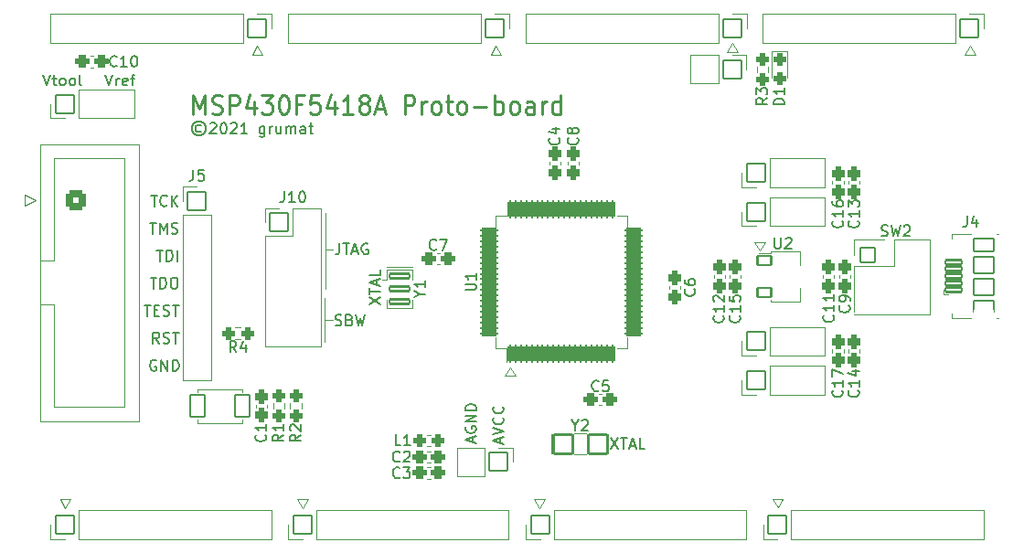
<source format=gto>
G04 #@! TF.GenerationSoftware,KiCad,Pcbnew,(6.0.7)*
G04 #@! TF.CreationDate,2022-09-17T20:23:59+02:00*
G04 #@! TF.ProjectId,F5418,46353431-382e-46b6-9963-61645f706362,rev?*
G04 #@! TF.SameCoordinates,Original*
G04 #@! TF.FileFunction,Legend,Top*
G04 #@! TF.FilePolarity,Positive*
%FSLAX46Y46*%
G04 Gerber Fmt 4.6, Leading zero omitted, Abs format (unit mm)*
G04 Created by KiCad (PCBNEW (6.0.7)) date 2022-09-17 20:23:59*
%MOMM*%
%LPD*%
G01*
G04 APERTURE LIST*
G04 Aperture macros list*
%AMRoundRect*
0 Rectangle with rounded corners*
0 $1 Rounding radius*
0 $2 $3 $4 $5 $6 $7 $8 $9 X,Y pos of 4 corners*
0 Add a 4 corners polygon primitive as box body*
4,1,4,$2,$3,$4,$5,$6,$7,$8,$9,$2,$3,0*
0 Add four circle primitives for the rounded corners*
1,1,$1+$1,$2,$3*
1,1,$1+$1,$4,$5*
1,1,$1+$1,$6,$7*
1,1,$1+$1,$8,$9*
0 Add four rect primitives between the rounded corners*
20,1,$1+$1,$2,$3,$4,$5,0*
20,1,$1+$1,$4,$5,$6,$7,0*
20,1,$1+$1,$6,$7,$8,$9,0*
20,1,$1+$1,$8,$9,$2,$3,0*%
%AMFreePoly0*
4,1,27,3.921279,0.947402,3.957606,0.897402,3.962500,0.866500,3.962500,-0.866500,3.943402,-0.925279,3.893402,-0.961606,3.862500,-0.966500,0.737500,-0.966500,0.678721,-0.947402,0.642394,-0.897402,0.637500,-0.866500,0.637500,-0.550000,-0.737500,-0.550000,-0.796279,-0.530902,-0.832606,-0.480902,-0.837500,-0.450000,-0.837500,0.450000,-0.818402,0.508779,-0.768402,0.545106,-0.737500,0.550000,
0.637500,0.550000,0.637500,0.866500,0.656598,0.925279,0.706598,0.961606,0.737500,0.966500,3.862500,0.966500,3.921279,0.947402,3.921279,0.947402,$1*%
G04 Aperture macros list end*
%ADD10C,0.120000*%
%ADD11C,0.150000*%
%ADD12C,0.250000*%
%ADD13RoundRect,0.337500X0.300000X0.237500X-0.300000X0.237500X-0.300000X-0.237500X0.300000X-0.237500X0*%
%ADD14RoundRect,0.100000X0.850000X-0.850000X0.850000X0.850000X-0.850000X0.850000X-0.850000X-0.850000X0*%
%ADD15O,1.900000X1.900000*%
%ADD16RoundRect,0.100000X-0.850000X0.850000X-0.850000X-0.850000X0.850000X-0.850000X0.850000X0.850000X0*%
%ADD17RoundRect,0.100000X-0.875000X-0.900000X0.875000X-0.900000X0.875000X0.900000X-0.875000X0.900000X0*%
%ADD18RoundRect,0.337500X0.237500X-0.300000X0.237500X0.300000X-0.237500X0.300000X-0.237500X-0.300000X0*%
%ADD19RoundRect,0.337500X-0.287500X-0.237500X0.287500X-0.237500X0.287500X0.237500X-0.287500X0.237500X0*%
%ADD20RoundRect,0.100000X-0.650000X-0.450000X0.650000X-0.450000X0.650000X0.450000X-0.650000X0.450000X0*%
%ADD21FreePoly0,0.000000*%
%ADD22RoundRect,0.337500X-0.237500X0.287500X-0.237500X-0.287500X0.237500X-0.287500X0.237500X0.287500X0*%
%ADD23RoundRect,0.337500X-0.237500X0.250000X-0.237500X-0.250000X0.237500X-0.250000X0.237500X0.250000X0*%
%ADD24RoundRect,0.337500X-0.237500X0.300000X-0.237500X-0.300000X0.237500X-0.300000X0.237500X0.300000X0*%
%ADD25RoundRect,0.100000X0.775000X-0.200000X0.775000X0.200000X-0.775000X0.200000X-0.775000X-0.200000X0*%
%ADD26RoundRect,0.100000X0.950000X-0.600000X0.950000X0.600000X-0.950000X0.600000X-0.950000X-0.600000X0*%
%ADD27RoundRect,0.100000X0.950000X-0.750000X0.950000X0.750000X-0.950000X0.750000X-0.950000X-0.750000X0*%
%ADD28O,2.100000X1.400000*%
%ADD29C,1.650000*%
%ADD30RoundRect,0.337500X0.237500X-0.250000X0.237500X0.250000X-0.237500X0.250000X-0.237500X-0.250000X0*%
%ADD31RoundRect,0.100000X-0.675000X-0.675000X0.675000X-0.675000X0.675000X0.675000X-0.675000X0.675000X0*%
%ADD32O,1.550000X1.550000*%
%ADD33RoundRect,0.100000X-0.850000X-0.850000X0.850000X-0.850000X0.850000X0.850000X-0.850000X0.850000X0*%
%ADD34RoundRect,0.100000X-0.700000X-1.000000X0.700000X-1.000000X0.700000X1.000000X-0.700000X1.000000X0*%
%ADD35RoundRect,0.162500X0.062500X-0.675000X0.062500X0.675000X-0.062500X0.675000X-0.062500X-0.675000X0*%
%ADD36RoundRect,0.162500X0.675000X-0.062500X0.675000X0.062500X-0.675000X0.062500X-0.675000X-0.062500X0*%
%ADD37RoundRect,0.100000X-0.950000X0.200000X-0.950000X-0.200000X0.950000X-0.200000X0.950000X0.200000X0*%
%ADD38RoundRect,0.350000X-0.600000X-0.600000X0.600000X-0.600000X0.600000X0.600000X-0.600000X0.600000X0*%
%ADD39C,1.900000*%
%ADD40RoundRect,0.337500X-0.300000X-0.237500X0.300000X-0.237500X0.300000X0.237500X-0.300000X0.237500X0*%
%ADD41RoundRect,0.337500X-0.250000X-0.237500X0.250000X-0.237500X0.250000X0.237500X-0.250000X0.237500X0*%
G04 APERTURE END LIST*
D10*
X154850000Y-99800000D02*
X155850000Y-99800000D01*
X155350000Y-100600000D02*
X154850000Y-99800000D01*
X155850000Y-99800000D02*
X155350000Y-100600000D01*
X174309000Y-82447000D02*
X174809000Y-81647000D01*
X175309000Y-82447000D02*
X174309000Y-82447000D01*
X174809000Y-81647000D02*
X175309000Y-82447000D01*
X130927000Y-81647000D02*
X131427000Y-82447000D01*
X130427000Y-82447000D02*
X130927000Y-81647000D01*
X131427000Y-82447000D02*
X130427000Y-82447000D01*
X112520000Y-123622000D02*
X113520000Y-123622000D01*
X113520000Y-123622000D02*
X113020000Y-124422000D01*
X113020000Y-124422000D02*
X112520000Y-123622000D01*
X156515000Y-123595000D02*
X157515000Y-123595000D01*
X157515000Y-123595000D02*
X157015000Y-124395000D01*
X157015000Y-124395000D02*
X156515000Y-123595000D01*
X132737000Y-112188000D02*
X131737000Y-112188000D01*
X131737000Y-112188000D02*
X132237000Y-111388000D01*
X132237000Y-111388000D02*
X132737000Y-112188000D01*
X91049000Y-124422000D02*
X90549000Y-123622000D01*
X91549000Y-123622000D02*
X91049000Y-124422000D01*
X90549000Y-123622000D02*
X91549000Y-123622000D01*
X109329000Y-82447000D02*
X108329000Y-82447000D01*
X108329000Y-82447000D02*
X108829000Y-81647000D01*
X108829000Y-81647000D02*
X109329000Y-82447000D01*
X153338000Y-82193000D02*
X152338000Y-82193000D01*
X152338000Y-82193000D02*
X152838000Y-81393000D01*
X152838000Y-81393000D02*
X153338000Y-82193000D01*
X134970000Y-124422000D02*
X134470000Y-123622000D01*
X135470000Y-123622000D02*
X134970000Y-124422000D01*
X134470000Y-123622000D02*
X135470000Y-123622000D01*
X115800000Y-107050000D02*
X115100000Y-107050000D01*
X115167000Y-104113000D02*
X115167000Y-97113000D01*
X115150000Y-100479000D02*
X115850000Y-100479000D01*
X115100000Y-109050000D02*
X115100000Y-104950000D01*
D11*
X116433333Y-99931380D02*
X116433333Y-100645666D01*
X116385714Y-100788523D01*
X116290476Y-100883761D01*
X116147619Y-100931380D01*
X116052380Y-100931380D01*
X116766666Y-99931380D02*
X117338095Y-99931380D01*
X117052380Y-100931380D02*
X117052380Y-99931380D01*
X117623809Y-100645666D02*
X118100000Y-100645666D01*
X117528571Y-100931380D02*
X117861904Y-99931380D01*
X118195238Y-100931380D01*
X119052380Y-99979000D02*
X118957142Y-99931380D01*
X118814285Y-99931380D01*
X118671428Y-99979000D01*
X118576190Y-100074238D01*
X118528571Y-100169476D01*
X118480952Y-100359952D01*
X118480952Y-100502809D01*
X118528571Y-100693285D01*
X118576190Y-100788523D01*
X118671428Y-100883761D01*
X118814285Y-100931380D01*
X118909523Y-100931380D01*
X119052380Y-100883761D01*
X119100000Y-100836142D01*
X119100000Y-100502809D01*
X118909523Y-100502809D01*
X116042857Y-107487761D02*
X116185714Y-107535380D01*
X116423809Y-107535380D01*
X116519047Y-107487761D01*
X116566666Y-107440142D01*
X116614285Y-107344904D01*
X116614285Y-107249666D01*
X116566666Y-107154428D01*
X116519047Y-107106809D01*
X116423809Y-107059190D01*
X116233333Y-107011571D01*
X116138095Y-106963952D01*
X116090476Y-106916333D01*
X116042857Y-106821095D01*
X116042857Y-106725857D01*
X116090476Y-106630619D01*
X116138095Y-106583000D01*
X116233333Y-106535380D01*
X116471428Y-106535380D01*
X116614285Y-106583000D01*
X117376190Y-107011571D02*
X117519047Y-107059190D01*
X117566666Y-107106809D01*
X117614285Y-107202047D01*
X117614285Y-107344904D01*
X117566666Y-107440142D01*
X117519047Y-107487761D01*
X117423809Y-107535380D01*
X117042857Y-107535380D01*
X117042857Y-106535380D01*
X117376190Y-106535380D01*
X117471428Y-106583000D01*
X117519047Y-106630619D01*
X117566666Y-106725857D01*
X117566666Y-106821095D01*
X117519047Y-106916333D01*
X117471428Y-106963952D01*
X117376190Y-107011571D01*
X117042857Y-107011571D01*
X117947619Y-106535380D02*
X118185714Y-107535380D01*
X118376190Y-106821095D01*
X118566666Y-107535380D01*
X118804761Y-106535380D01*
X119202380Y-105547619D02*
X120202380Y-104880952D01*
X119202380Y-104880952D02*
X120202380Y-105547619D01*
X119202380Y-104642857D02*
X119202380Y-104071428D01*
X120202380Y-104357142D02*
X119202380Y-104357142D01*
X119916666Y-103785714D02*
X119916666Y-103309523D01*
X120202380Y-103880952D02*
X119202380Y-103547619D01*
X120202380Y-103214285D01*
X120202380Y-102404761D02*
X120202380Y-102880952D01*
X119202380Y-102880952D01*
X141570380Y-117965380D02*
X142237047Y-118965380D01*
X142237047Y-117965380D02*
X141570380Y-118965380D01*
X142475142Y-117965380D02*
X143046571Y-117965380D01*
X142760857Y-118965380D02*
X142760857Y-117965380D01*
X143332285Y-118679666D02*
X143808476Y-118679666D01*
X143237047Y-118965380D02*
X143570380Y-117965380D01*
X143903714Y-118965380D01*
X144713238Y-118965380D02*
X144237047Y-118965380D01*
X144237047Y-117965380D01*
X98985833Y-95486380D02*
X99557261Y-95486380D01*
X99271547Y-96486380D02*
X99271547Y-95486380D01*
X100462023Y-96391142D02*
X100414404Y-96438761D01*
X100271547Y-96486380D01*
X100176309Y-96486380D01*
X100033452Y-96438761D01*
X99938214Y-96343523D01*
X99890595Y-96248285D01*
X99842976Y-96057809D01*
X99842976Y-95914952D01*
X99890595Y-95724476D01*
X99938214Y-95629238D01*
X100033452Y-95534000D01*
X100176309Y-95486380D01*
X100271547Y-95486380D01*
X100414404Y-95534000D01*
X100462023Y-95581619D01*
X100890595Y-96486380D02*
X100890595Y-95486380D01*
X101462023Y-96486380D02*
X101033452Y-95914952D01*
X101462023Y-95486380D02*
X100890595Y-96057809D01*
X98890595Y-98026380D02*
X99462023Y-98026380D01*
X99176309Y-99026380D02*
X99176309Y-98026380D01*
X99795357Y-99026380D02*
X99795357Y-98026380D01*
X100128690Y-98740666D01*
X100462023Y-98026380D01*
X100462023Y-99026380D01*
X100890595Y-98978761D02*
X101033452Y-99026380D01*
X101271547Y-99026380D01*
X101366785Y-98978761D01*
X101414404Y-98931142D01*
X101462023Y-98835904D01*
X101462023Y-98740666D01*
X101414404Y-98645428D01*
X101366785Y-98597809D01*
X101271547Y-98550190D01*
X101081071Y-98502571D01*
X100985833Y-98454952D01*
X100938214Y-98407333D01*
X100890595Y-98312095D01*
X100890595Y-98216857D01*
X100938214Y-98121619D01*
X100985833Y-98074000D01*
X101081071Y-98026380D01*
X101319166Y-98026380D01*
X101462023Y-98074000D01*
X99509642Y-100566380D02*
X100081071Y-100566380D01*
X99795357Y-101566380D02*
X99795357Y-100566380D01*
X100414404Y-101566380D02*
X100414404Y-100566380D01*
X100652500Y-100566380D01*
X100795357Y-100614000D01*
X100890595Y-100709238D01*
X100938214Y-100804476D01*
X100985833Y-100994952D01*
X100985833Y-101137809D01*
X100938214Y-101328285D01*
X100890595Y-101423523D01*
X100795357Y-101518761D01*
X100652500Y-101566380D01*
X100414404Y-101566380D01*
X101414404Y-101566380D02*
X101414404Y-100566380D01*
X98938214Y-103106380D02*
X99509642Y-103106380D01*
X99223928Y-104106380D02*
X99223928Y-103106380D01*
X99842976Y-104106380D02*
X99842976Y-103106380D01*
X100081071Y-103106380D01*
X100223928Y-103154000D01*
X100319166Y-103249238D01*
X100366785Y-103344476D01*
X100414404Y-103534952D01*
X100414404Y-103677809D01*
X100366785Y-103868285D01*
X100319166Y-103963523D01*
X100223928Y-104058761D01*
X100081071Y-104106380D01*
X99842976Y-104106380D01*
X101033452Y-103106380D02*
X101223928Y-103106380D01*
X101319166Y-103154000D01*
X101414404Y-103249238D01*
X101462023Y-103439714D01*
X101462023Y-103773047D01*
X101414404Y-103963523D01*
X101319166Y-104058761D01*
X101223928Y-104106380D01*
X101033452Y-104106380D01*
X100938214Y-104058761D01*
X100842976Y-103963523D01*
X100795357Y-103773047D01*
X100795357Y-103439714D01*
X100842976Y-103249238D01*
X100938214Y-103154000D01*
X101033452Y-103106380D01*
X98366785Y-105646380D02*
X98938214Y-105646380D01*
X98652500Y-106646380D02*
X98652500Y-105646380D01*
X99271547Y-106122571D02*
X99604880Y-106122571D01*
X99747738Y-106646380D02*
X99271547Y-106646380D01*
X99271547Y-105646380D01*
X99747738Y-105646380D01*
X100128690Y-106598761D02*
X100271547Y-106646380D01*
X100509642Y-106646380D01*
X100604880Y-106598761D01*
X100652500Y-106551142D01*
X100700119Y-106455904D01*
X100700119Y-106360666D01*
X100652500Y-106265428D01*
X100604880Y-106217809D01*
X100509642Y-106170190D01*
X100319166Y-106122571D01*
X100223928Y-106074952D01*
X100176309Y-106027333D01*
X100128690Y-105932095D01*
X100128690Y-105836857D01*
X100176309Y-105741619D01*
X100223928Y-105694000D01*
X100319166Y-105646380D01*
X100557261Y-105646380D01*
X100700119Y-105694000D01*
X100985833Y-105646380D02*
X101557261Y-105646380D01*
X101271547Y-106646380D02*
X101271547Y-105646380D01*
X99747738Y-109186380D02*
X99414404Y-108710190D01*
X99176309Y-109186380D02*
X99176309Y-108186380D01*
X99557261Y-108186380D01*
X99652500Y-108234000D01*
X99700119Y-108281619D01*
X99747738Y-108376857D01*
X99747738Y-108519714D01*
X99700119Y-108614952D01*
X99652500Y-108662571D01*
X99557261Y-108710190D01*
X99176309Y-108710190D01*
X100128690Y-109138761D02*
X100271547Y-109186380D01*
X100509642Y-109186380D01*
X100604880Y-109138761D01*
X100652500Y-109091142D01*
X100700119Y-108995904D01*
X100700119Y-108900666D01*
X100652500Y-108805428D01*
X100604880Y-108757809D01*
X100509642Y-108710190D01*
X100319166Y-108662571D01*
X100223928Y-108614952D01*
X100176309Y-108567333D01*
X100128690Y-108472095D01*
X100128690Y-108376857D01*
X100176309Y-108281619D01*
X100223928Y-108234000D01*
X100319166Y-108186380D01*
X100557261Y-108186380D01*
X100700119Y-108234000D01*
X100985833Y-108186380D02*
X101557261Y-108186380D01*
X101271547Y-109186380D02*
X101271547Y-108186380D01*
X99466785Y-110774000D02*
X99371547Y-110726380D01*
X99228690Y-110726380D01*
X99085833Y-110774000D01*
X98990595Y-110869238D01*
X98942976Y-110964476D01*
X98895357Y-111154952D01*
X98895357Y-111297809D01*
X98942976Y-111488285D01*
X98990595Y-111583523D01*
X99085833Y-111678761D01*
X99228690Y-111726380D01*
X99323928Y-111726380D01*
X99466785Y-111678761D01*
X99514404Y-111631142D01*
X99514404Y-111297809D01*
X99323928Y-111297809D01*
X99942976Y-111726380D02*
X99942976Y-110726380D01*
X100514404Y-111726380D01*
X100514404Y-110726380D01*
X100990595Y-111726380D02*
X100990595Y-110726380D01*
X101228690Y-110726380D01*
X101371547Y-110774000D01*
X101466785Y-110869238D01*
X101514404Y-110964476D01*
X101562023Y-111154952D01*
X101562023Y-111297809D01*
X101514404Y-111488285D01*
X101466785Y-111583523D01*
X101371547Y-111678761D01*
X101228690Y-111726380D01*
X100990595Y-111726380D01*
X131346666Y-118402823D02*
X131346666Y-117926633D01*
X131632380Y-118498061D02*
X130632380Y-118164728D01*
X131632380Y-117831395D01*
X130632380Y-117640919D02*
X131632380Y-117307585D01*
X130632380Y-116974252D01*
X131537142Y-116069490D02*
X131584761Y-116117109D01*
X131632380Y-116259966D01*
X131632380Y-116355204D01*
X131584761Y-116498061D01*
X131489523Y-116593300D01*
X131394285Y-116640919D01*
X131203809Y-116688538D01*
X131060952Y-116688538D01*
X130870476Y-116640919D01*
X130775238Y-116593300D01*
X130680000Y-116498061D01*
X130632380Y-116355204D01*
X130632380Y-116259966D01*
X130680000Y-116117109D01*
X130727619Y-116069490D01*
X131537142Y-115069490D02*
X131584761Y-115117109D01*
X131632380Y-115259966D01*
X131632380Y-115355204D01*
X131584761Y-115498061D01*
X131489523Y-115593300D01*
X131394285Y-115640919D01*
X131203809Y-115688538D01*
X131060952Y-115688538D01*
X130870476Y-115640919D01*
X130775238Y-115593300D01*
X130680000Y-115498061D01*
X130632380Y-115355204D01*
X130632380Y-115259966D01*
X130680000Y-115117109D01*
X130727619Y-115069490D01*
X128806666Y-118352023D02*
X128806666Y-117875833D01*
X129092380Y-118447261D02*
X128092380Y-118113928D01*
X129092380Y-117780595D01*
X128140000Y-116923452D02*
X128092380Y-117018690D01*
X128092380Y-117161547D01*
X128140000Y-117304404D01*
X128235238Y-117399642D01*
X128330476Y-117447261D01*
X128520952Y-117494880D01*
X128663809Y-117494880D01*
X128854285Y-117447261D01*
X128949523Y-117399642D01*
X129044761Y-117304404D01*
X129092380Y-117161547D01*
X129092380Y-117066309D01*
X129044761Y-116923452D01*
X128997142Y-116875833D01*
X128663809Y-116875833D01*
X128663809Y-117066309D01*
X129092380Y-116447261D02*
X128092380Y-116447261D01*
X129092380Y-115875833D01*
X128092380Y-115875833D01*
X129092380Y-115399642D02*
X128092380Y-115399642D01*
X128092380Y-115161547D01*
X128140000Y-115018690D01*
X128235238Y-114923452D01*
X128330476Y-114875833D01*
X128520952Y-114828214D01*
X128663809Y-114828214D01*
X128854285Y-114875833D01*
X128949523Y-114923452D01*
X129044761Y-115018690D01*
X129092380Y-115161547D01*
X129092380Y-115399642D01*
X94770857Y-84302380D02*
X95104190Y-85302380D01*
X95437523Y-84302380D01*
X95770857Y-85302380D02*
X95770857Y-84635714D01*
X95770857Y-84826190D02*
X95818476Y-84730952D01*
X95866095Y-84683333D01*
X95961333Y-84635714D01*
X96056571Y-84635714D01*
X96770857Y-85254761D02*
X96675619Y-85302380D01*
X96485142Y-85302380D01*
X96389904Y-85254761D01*
X96342285Y-85159523D01*
X96342285Y-84778571D01*
X96389904Y-84683333D01*
X96485142Y-84635714D01*
X96675619Y-84635714D01*
X96770857Y-84683333D01*
X96818476Y-84778571D01*
X96818476Y-84873809D01*
X96342285Y-84969047D01*
X97104190Y-84635714D02*
X97485142Y-84635714D01*
X97247047Y-85302380D02*
X97247047Y-84445238D01*
X97294666Y-84350000D01*
X97389904Y-84302380D01*
X97485142Y-84302380D01*
D12*
X102886523Y-87958285D02*
X102886523Y-86158285D01*
X103419857Y-87444000D01*
X103953190Y-86158285D01*
X103953190Y-87958285D01*
X104638904Y-87872571D02*
X104867476Y-87958285D01*
X105248428Y-87958285D01*
X105400809Y-87872571D01*
X105477000Y-87786857D01*
X105553190Y-87615428D01*
X105553190Y-87444000D01*
X105477000Y-87272571D01*
X105400809Y-87186857D01*
X105248428Y-87101142D01*
X104943666Y-87015428D01*
X104791285Y-86929714D01*
X104715095Y-86844000D01*
X104638904Y-86672571D01*
X104638904Y-86501142D01*
X104715095Y-86329714D01*
X104791285Y-86244000D01*
X104943666Y-86158285D01*
X105324619Y-86158285D01*
X105553190Y-86244000D01*
X106238904Y-87958285D02*
X106238904Y-86158285D01*
X106848428Y-86158285D01*
X107000809Y-86244000D01*
X107077000Y-86329714D01*
X107153190Y-86501142D01*
X107153190Y-86758285D01*
X107077000Y-86929714D01*
X107000809Y-87015428D01*
X106848428Y-87101142D01*
X106238904Y-87101142D01*
X108524619Y-86758285D02*
X108524619Y-87958285D01*
X108143666Y-86072571D02*
X107762714Y-87358285D01*
X108753190Y-87358285D01*
X109210333Y-86158285D02*
X110200809Y-86158285D01*
X109667476Y-86844000D01*
X109896047Y-86844000D01*
X110048428Y-86929714D01*
X110124619Y-87015428D01*
X110200809Y-87186857D01*
X110200809Y-87615428D01*
X110124619Y-87786857D01*
X110048428Y-87872571D01*
X109896047Y-87958285D01*
X109438904Y-87958285D01*
X109286523Y-87872571D01*
X109210333Y-87786857D01*
X111191285Y-86158285D02*
X111343666Y-86158285D01*
X111496047Y-86244000D01*
X111572238Y-86329714D01*
X111648428Y-86501142D01*
X111724619Y-86844000D01*
X111724619Y-87272571D01*
X111648428Y-87615428D01*
X111572238Y-87786857D01*
X111496047Y-87872571D01*
X111343666Y-87958285D01*
X111191285Y-87958285D01*
X111038904Y-87872571D01*
X110962714Y-87786857D01*
X110886523Y-87615428D01*
X110810333Y-87272571D01*
X110810333Y-86844000D01*
X110886523Y-86501142D01*
X110962714Y-86329714D01*
X111038904Y-86244000D01*
X111191285Y-86158285D01*
X112943666Y-87015428D02*
X112410333Y-87015428D01*
X112410333Y-87958285D02*
X112410333Y-86158285D01*
X113172238Y-86158285D01*
X114543666Y-86158285D02*
X113781761Y-86158285D01*
X113705571Y-87015428D01*
X113781761Y-86929714D01*
X113934142Y-86844000D01*
X114315095Y-86844000D01*
X114467476Y-86929714D01*
X114543666Y-87015428D01*
X114619857Y-87186857D01*
X114619857Y-87615428D01*
X114543666Y-87786857D01*
X114467476Y-87872571D01*
X114315095Y-87958285D01*
X113934142Y-87958285D01*
X113781761Y-87872571D01*
X113705571Y-87786857D01*
X115991285Y-86758285D02*
X115991285Y-87958285D01*
X115610333Y-86072571D02*
X115229380Y-87358285D01*
X116219857Y-87358285D01*
X117667476Y-87958285D02*
X116753190Y-87958285D01*
X117210333Y-87958285D02*
X117210333Y-86158285D01*
X117057952Y-86415428D01*
X116905571Y-86586857D01*
X116753190Y-86672571D01*
X118581761Y-86929714D02*
X118429380Y-86844000D01*
X118353190Y-86758285D01*
X118277000Y-86586857D01*
X118277000Y-86501142D01*
X118353190Y-86329714D01*
X118429380Y-86244000D01*
X118581761Y-86158285D01*
X118886523Y-86158285D01*
X119038904Y-86244000D01*
X119115095Y-86329714D01*
X119191285Y-86501142D01*
X119191285Y-86586857D01*
X119115095Y-86758285D01*
X119038904Y-86844000D01*
X118886523Y-86929714D01*
X118581761Y-86929714D01*
X118429380Y-87015428D01*
X118353190Y-87101142D01*
X118277000Y-87272571D01*
X118277000Y-87615428D01*
X118353190Y-87786857D01*
X118429380Y-87872571D01*
X118581761Y-87958285D01*
X118886523Y-87958285D01*
X119038904Y-87872571D01*
X119115095Y-87786857D01*
X119191285Y-87615428D01*
X119191285Y-87272571D01*
X119115095Y-87101142D01*
X119038904Y-87015428D01*
X118886523Y-86929714D01*
X119800809Y-87444000D02*
X120562714Y-87444000D01*
X119648428Y-87958285D02*
X120181761Y-86158285D01*
X120715095Y-87958285D01*
X122467476Y-87958285D02*
X122467476Y-86158285D01*
X123077000Y-86158285D01*
X123229380Y-86244000D01*
X123305571Y-86329714D01*
X123381761Y-86501142D01*
X123381761Y-86758285D01*
X123305571Y-86929714D01*
X123229380Y-87015428D01*
X123077000Y-87101142D01*
X122467476Y-87101142D01*
X124067476Y-87958285D02*
X124067476Y-86758285D01*
X124067476Y-87101142D02*
X124143666Y-86929714D01*
X124219857Y-86844000D01*
X124372238Y-86758285D01*
X124524619Y-86758285D01*
X125286523Y-87958285D02*
X125134142Y-87872571D01*
X125057952Y-87786857D01*
X124981761Y-87615428D01*
X124981761Y-87101142D01*
X125057952Y-86929714D01*
X125134142Y-86844000D01*
X125286523Y-86758285D01*
X125515095Y-86758285D01*
X125667476Y-86844000D01*
X125743666Y-86929714D01*
X125819857Y-87101142D01*
X125819857Y-87615428D01*
X125743666Y-87786857D01*
X125667476Y-87872571D01*
X125515095Y-87958285D01*
X125286523Y-87958285D01*
X126277000Y-86758285D02*
X126886523Y-86758285D01*
X126505571Y-86158285D02*
X126505571Y-87701142D01*
X126581761Y-87872571D01*
X126734142Y-87958285D01*
X126886523Y-87958285D01*
X127648428Y-87958285D02*
X127496047Y-87872571D01*
X127419857Y-87786857D01*
X127343666Y-87615428D01*
X127343666Y-87101142D01*
X127419857Y-86929714D01*
X127496047Y-86844000D01*
X127648428Y-86758285D01*
X127877000Y-86758285D01*
X128029380Y-86844000D01*
X128105571Y-86929714D01*
X128181761Y-87101142D01*
X128181761Y-87615428D01*
X128105571Y-87786857D01*
X128029380Y-87872571D01*
X127877000Y-87958285D01*
X127648428Y-87958285D01*
X128867476Y-87272571D02*
X130086523Y-87272571D01*
X130848428Y-87958285D02*
X130848428Y-86158285D01*
X130848428Y-86844000D02*
X131000809Y-86758285D01*
X131305571Y-86758285D01*
X131457952Y-86844000D01*
X131534142Y-86929714D01*
X131610333Y-87101142D01*
X131610333Y-87615428D01*
X131534142Y-87786857D01*
X131457952Y-87872571D01*
X131305571Y-87958285D01*
X131000809Y-87958285D01*
X130848428Y-87872571D01*
X132524619Y-87958285D02*
X132372238Y-87872571D01*
X132296047Y-87786857D01*
X132219857Y-87615428D01*
X132219857Y-87101142D01*
X132296047Y-86929714D01*
X132372238Y-86844000D01*
X132524619Y-86758285D01*
X132753190Y-86758285D01*
X132905571Y-86844000D01*
X132981761Y-86929714D01*
X133057952Y-87101142D01*
X133057952Y-87615428D01*
X132981761Y-87786857D01*
X132905571Y-87872571D01*
X132753190Y-87958285D01*
X132524619Y-87958285D01*
X134429380Y-87958285D02*
X134429380Y-87015428D01*
X134353190Y-86844000D01*
X134200809Y-86758285D01*
X133896047Y-86758285D01*
X133743666Y-86844000D01*
X134429380Y-87872571D02*
X134277000Y-87958285D01*
X133896047Y-87958285D01*
X133743666Y-87872571D01*
X133667476Y-87701142D01*
X133667476Y-87529714D01*
X133743666Y-87358285D01*
X133896047Y-87272571D01*
X134277000Y-87272571D01*
X134429380Y-87186857D01*
X135191285Y-87958285D02*
X135191285Y-86758285D01*
X135191285Y-87101142D02*
X135267476Y-86929714D01*
X135343666Y-86844000D01*
X135496047Y-86758285D01*
X135648428Y-86758285D01*
X136867476Y-87958285D02*
X136867476Y-86158285D01*
X136867476Y-87872571D02*
X136715095Y-87958285D01*
X136410333Y-87958285D01*
X136257952Y-87872571D01*
X136181761Y-87786857D01*
X136105571Y-87615428D01*
X136105571Y-87101142D01*
X136181761Y-86929714D01*
X136257952Y-86844000D01*
X136410333Y-86758285D01*
X136715095Y-86758285D01*
X136867476Y-86844000D01*
D11*
X103605714Y-88993476D02*
X103510476Y-88945857D01*
X103320000Y-88945857D01*
X103224761Y-88993476D01*
X103129523Y-89088714D01*
X103081904Y-89183952D01*
X103081904Y-89374428D01*
X103129523Y-89469666D01*
X103224761Y-89564904D01*
X103320000Y-89612523D01*
X103510476Y-89612523D01*
X103605714Y-89564904D01*
X103415238Y-88612523D02*
X103177142Y-88660142D01*
X102939047Y-88803000D01*
X102796190Y-89041095D01*
X102748571Y-89279190D01*
X102796190Y-89517285D01*
X102939047Y-89755380D01*
X103177142Y-89898238D01*
X103415238Y-89945857D01*
X103653333Y-89898238D01*
X103891428Y-89755380D01*
X104034285Y-89517285D01*
X104081904Y-89279190D01*
X104034285Y-89041095D01*
X103891428Y-88803000D01*
X103653333Y-88660142D01*
X103415238Y-88612523D01*
X104462857Y-88850619D02*
X104510476Y-88803000D01*
X104605714Y-88755380D01*
X104843809Y-88755380D01*
X104939047Y-88803000D01*
X104986666Y-88850619D01*
X105034285Y-88945857D01*
X105034285Y-89041095D01*
X104986666Y-89183952D01*
X104415238Y-89755380D01*
X105034285Y-89755380D01*
X105653333Y-88755380D02*
X105748571Y-88755380D01*
X105843809Y-88803000D01*
X105891428Y-88850619D01*
X105939047Y-88945857D01*
X105986666Y-89136333D01*
X105986666Y-89374428D01*
X105939047Y-89564904D01*
X105891428Y-89660142D01*
X105843809Y-89707761D01*
X105748571Y-89755380D01*
X105653333Y-89755380D01*
X105558095Y-89707761D01*
X105510476Y-89660142D01*
X105462857Y-89564904D01*
X105415238Y-89374428D01*
X105415238Y-89136333D01*
X105462857Y-88945857D01*
X105510476Y-88850619D01*
X105558095Y-88803000D01*
X105653333Y-88755380D01*
X106367619Y-88850619D02*
X106415238Y-88803000D01*
X106510476Y-88755380D01*
X106748571Y-88755380D01*
X106843809Y-88803000D01*
X106891428Y-88850619D01*
X106939047Y-88945857D01*
X106939047Y-89041095D01*
X106891428Y-89183952D01*
X106320000Y-89755380D01*
X106939047Y-89755380D01*
X107891428Y-89755380D02*
X107320000Y-89755380D01*
X107605714Y-89755380D02*
X107605714Y-88755380D01*
X107510476Y-88898238D01*
X107415238Y-88993476D01*
X107320000Y-89041095D01*
X109510476Y-89088714D02*
X109510476Y-89898238D01*
X109462857Y-89993476D01*
X109415238Y-90041095D01*
X109320000Y-90088714D01*
X109177142Y-90088714D01*
X109081904Y-90041095D01*
X109510476Y-89707761D02*
X109415238Y-89755380D01*
X109224761Y-89755380D01*
X109129523Y-89707761D01*
X109081904Y-89660142D01*
X109034285Y-89564904D01*
X109034285Y-89279190D01*
X109081904Y-89183952D01*
X109129523Y-89136333D01*
X109224761Y-89088714D01*
X109415238Y-89088714D01*
X109510476Y-89136333D01*
X109986666Y-89755380D02*
X109986666Y-89088714D01*
X109986666Y-89279190D02*
X110034285Y-89183952D01*
X110081904Y-89136333D01*
X110177142Y-89088714D01*
X110272380Y-89088714D01*
X111034285Y-89088714D02*
X111034285Y-89755380D01*
X110605714Y-89088714D02*
X110605714Y-89612523D01*
X110653333Y-89707761D01*
X110748571Y-89755380D01*
X110891428Y-89755380D01*
X110986666Y-89707761D01*
X111034285Y-89660142D01*
X111510476Y-89755380D02*
X111510476Y-89088714D01*
X111510476Y-89183952D02*
X111558095Y-89136333D01*
X111653333Y-89088714D01*
X111796190Y-89088714D01*
X111891428Y-89136333D01*
X111939047Y-89231571D01*
X111939047Y-89755380D01*
X111939047Y-89231571D02*
X111986666Y-89136333D01*
X112081904Y-89088714D01*
X112224761Y-89088714D01*
X112320000Y-89136333D01*
X112367619Y-89231571D01*
X112367619Y-89755380D01*
X113272380Y-89755380D02*
X113272380Y-89231571D01*
X113224761Y-89136333D01*
X113129523Y-89088714D01*
X112939047Y-89088714D01*
X112843809Y-89136333D01*
X113272380Y-89707761D02*
X113177142Y-89755380D01*
X112939047Y-89755380D01*
X112843809Y-89707761D01*
X112796190Y-89612523D01*
X112796190Y-89517285D01*
X112843809Y-89422047D01*
X112939047Y-89374428D01*
X113177142Y-89374428D01*
X113272380Y-89326809D01*
X113605714Y-89088714D02*
X113986666Y-89088714D01*
X113748571Y-88755380D02*
X113748571Y-89612523D01*
X113796190Y-89707761D01*
X113891428Y-89755380D01*
X113986666Y-89755380D01*
X89008285Y-84302380D02*
X89341619Y-85302380D01*
X89674952Y-84302380D01*
X89865428Y-84635714D02*
X90246380Y-84635714D01*
X90008285Y-84302380D02*
X90008285Y-85159523D01*
X90055904Y-85254761D01*
X90151142Y-85302380D01*
X90246380Y-85302380D01*
X90722571Y-85302380D02*
X90627333Y-85254761D01*
X90579714Y-85207142D01*
X90532095Y-85111904D01*
X90532095Y-84826190D01*
X90579714Y-84730952D01*
X90627333Y-84683333D01*
X90722571Y-84635714D01*
X90865428Y-84635714D01*
X90960666Y-84683333D01*
X91008285Y-84730952D01*
X91055904Y-84826190D01*
X91055904Y-85111904D01*
X91008285Y-85207142D01*
X90960666Y-85254761D01*
X90865428Y-85302380D01*
X90722571Y-85302380D01*
X91627333Y-85302380D02*
X91532095Y-85254761D01*
X91484476Y-85207142D01*
X91436857Y-85111904D01*
X91436857Y-84826190D01*
X91484476Y-84730952D01*
X91532095Y-84683333D01*
X91627333Y-84635714D01*
X91770190Y-84635714D01*
X91865428Y-84683333D01*
X91913047Y-84730952D01*
X91960666Y-84826190D01*
X91960666Y-85111904D01*
X91913047Y-85207142D01*
X91865428Y-85254761D01*
X91770190Y-85302380D01*
X91627333Y-85302380D01*
X92532095Y-85302380D02*
X92436857Y-85254761D01*
X92389238Y-85159523D01*
X92389238Y-84302380D01*
X125394333Y-100450142D02*
X125346714Y-100497761D01*
X125203857Y-100545380D01*
X125108619Y-100545380D01*
X124965761Y-100497761D01*
X124870523Y-100402523D01*
X124822904Y-100307285D01*
X124775285Y-100116809D01*
X124775285Y-99973952D01*
X124822904Y-99783476D01*
X124870523Y-99688238D01*
X124965761Y-99593000D01*
X125108619Y-99545380D01*
X125203857Y-99545380D01*
X125346714Y-99593000D01*
X125394333Y-99640619D01*
X125727666Y-99545380D02*
X126394333Y-99545380D01*
X125965761Y-100545380D01*
X138263809Y-116786190D02*
X138263809Y-117262380D01*
X137930476Y-116262380D02*
X138263809Y-116786190D01*
X138597142Y-116262380D01*
X138882857Y-116357619D02*
X138930476Y-116310000D01*
X139025714Y-116262380D01*
X139263809Y-116262380D01*
X139359047Y-116310000D01*
X139406666Y-116357619D01*
X139454285Y-116452857D01*
X139454285Y-116548095D01*
X139406666Y-116690952D01*
X138835238Y-117262380D01*
X139454285Y-117262380D01*
X163607142Y-105700266D02*
X163654761Y-105747885D01*
X163702380Y-105890742D01*
X163702380Y-105985980D01*
X163654761Y-106128838D01*
X163559523Y-106224076D01*
X163464285Y-106271695D01*
X163273809Y-106319314D01*
X163130952Y-106319314D01*
X162940476Y-106271695D01*
X162845238Y-106224076D01*
X162750000Y-106128838D01*
X162702380Y-105985980D01*
X162702380Y-105890742D01*
X162750000Y-105747885D01*
X162797619Y-105700266D01*
X163702380Y-105224076D02*
X163702380Y-105033600D01*
X163654761Y-104938361D01*
X163607142Y-104890742D01*
X163464285Y-104795504D01*
X163273809Y-104747885D01*
X162892857Y-104747885D01*
X162797619Y-104795504D01*
X162750000Y-104843123D01*
X162702380Y-104938361D01*
X162702380Y-105128838D01*
X162750000Y-105224076D01*
X162797619Y-105271695D01*
X162892857Y-105319314D01*
X163130952Y-105319314D01*
X163226190Y-105271695D01*
X163273809Y-105224076D01*
X163321428Y-105128838D01*
X163321428Y-104938361D01*
X163273809Y-104843123D01*
X163226190Y-104795504D01*
X163130952Y-104747885D01*
X151957142Y-106633657D02*
X152004761Y-106681276D01*
X152052380Y-106824133D01*
X152052380Y-106919371D01*
X152004761Y-107062228D01*
X151909523Y-107157466D01*
X151814285Y-107205085D01*
X151623809Y-107252704D01*
X151480952Y-107252704D01*
X151290476Y-107205085D01*
X151195238Y-107157466D01*
X151100000Y-107062228D01*
X151052380Y-106919371D01*
X151052380Y-106824133D01*
X151100000Y-106681276D01*
X151147619Y-106633657D01*
X152052380Y-105681276D02*
X152052380Y-106252704D01*
X152052380Y-105966990D02*
X151052380Y-105966990D01*
X151195238Y-106062228D01*
X151290476Y-106157466D01*
X151338095Y-106252704D01*
X151147619Y-105300323D02*
X151100000Y-105252704D01*
X151052380Y-105157466D01*
X151052380Y-104919371D01*
X151100000Y-104824133D01*
X151147619Y-104776514D01*
X151242857Y-104728895D01*
X151338095Y-104728895D01*
X151480952Y-104776514D01*
X152052380Y-105347942D01*
X152052380Y-104728895D01*
X153457142Y-106633657D02*
X153504761Y-106681276D01*
X153552380Y-106824133D01*
X153552380Y-106919371D01*
X153504761Y-107062228D01*
X153409523Y-107157466D01*
X153314285Y-107205085D01*
X153123809Y-107252704D01*
X152980952Y-107252704D01*
X152790476Y-107205085D01*
X152695238Y-107157466D01*
X152600000Y-107062228D01*
X152552380Y-106919371D01*
X152552380Y-106824133D01*
X152600000Y-106681276D01*
X152647619Y-106633657D01*
X153552380Y-105681276D02*
X153552380Y-106252704D01*
X153552380Y-105966990D02*
X152552380Y-105966990D01*
X152695238Y-106062228D01*
X152790476Y-106157466D01*
X152838095Y-106252704D01*
X152552380Y-104776514D02*
X152552380Y-105252704D01*
X153028571Y-105300323D01*
X152980952Y-105252704D01*
X152933333Y-105157466D01*
X152933333Y-104919371D01*
X152980952Y-104824133D01*
X153028571Y-104776514D01*
X153123809Y-104728895D01*
X153361904Y-104728895D01*
X153457142Y-104776514D01*
X153504761Y-104824133D01*
X153552380Y-104919371D01*
X153552380Y-105157466D01*
X153504761Y-105252704D01*
X153457142Y-105300323D01*
X122123333Y-118635180D02*
X121647142Y-118635180D01*
X121647142Y-117635180D01*
X122980476Y-118635180D02*
X122409047Y-118635180D01*
X122694761Y-118635180D02*
X122694761Y-117635180D01*
X122599523Y-117778038D01*
X122504285Y-117873276D01*
X122409047Y-117920895D01*
X156732495Y-99397980D02*
X156732495Y-100207504D01*
X156780114Y-100302742D01*
X156827733Y-100350361D01*
X156922971Y-100397980D01*
X157113447Y-100397980D01*
X157208685Y-100350361D01*
X157256304Y-100302742D01*
X157303923Y-100207504D01*
X157303923Y-99397980D01*
X157732495Y-99493219D02*
X157780114Y-99445600D01*
X157875352Y-99397980D01*
X158113447Y-99397980D01*
X158208685Y-99445600D01*
X158256304Y-99493219D01*
X158303923Y-99588457D01*
X158303923Y-99683695D01*
X158256304Y-99826552D01*
X157684876Y-100397980D01*
X158303923Y-100397980D01*
X157641980Y-87069295D02*
X156641980Y-87069295D01*
X156641980Y-86831200D01*
X156689600Y-86688342D01*
X156784838Y-86593104D01*
X156880076Y-86545485D01*
X157070552Y-86497866D01*
X157213409Y-86497866D01*
X157403885Y-86545485D01*
X157499123Y-86593104D01*
X157594361Y-86688342D01*
X157641980Y-86831200D01*
X157641980Y-87069295D01*
X157641980Y-85545485D02*
X157641980Y-86116914D01*
X157641980Y-85831200D02*
X156641980Y-85831200D01*
X156784838Y-85926438D01*
X156880076Y-86021676D01*
X156927695Y-86116914D01*
X156052380Y-86466666D02*
X155576190Y-86800000D01*
X156052380Y-87038095D02*
X155052380Y-87038095D01*
X155052380Y-86657142D01*
X155100000Y-86561904D01*
X155147619Y-86514285D01*
X155242857Y-86466666D01*
X155385714Y-86466666D01*
X155480952Y-86514285D01*
X155528571Y-86561904D01*
X155576190Y-86657142D01*
X155576190Y-87038095D01*
X155052380Y-86133333D02*
X155052380Y-85514285D01*
X155433333Y-85847619D01*
X155433333Y-85704761D01*
X155480952Y-85609523D01*
X155528571Y-85561904D01*
X155623809Y-85514285D01*
X155861904Y-85514285D01*
X155957142Y-85561904D01*
X156004761Y-85609523D01*
X156052380Y-85704761D01*
X156052380Y-85990476D01*
X156004761Y-86085714D01*
X155957142Y-86133333D01*
X164455542Y-113542457D02*
X164503161Y-113590076D01*
X164550780Y-113732933D01*
X164550780Y-113828171D01*
X164503161Y-113971028D01*
X164407923Y-114066266D01*
X164312685Y-114113885D01*
X164122209Y-114161504D01*
X163979352Y-114161504D01*
X163788876Y-114113885D01*
X163693638Y-114066266D01*
X163598400Y-113971028D01*
X163550780Y-113828171D01*
X163550780Y-113732933D01*
X163598400Y-113590076D01*
X163646019Y-113542457D01*
X164550780Y-112590076D02*
X164550780Y-113161504D01*
X164550780Y-112875790D02*
X163550780Y-112875790D01*
X163693638Y-112971028D01*
X163788876Y-113066266D01*
X163836495Y-113161504D01*
X163884114Y-111732933D02*
X164550780Y-111732933D01*
X163503161Y-111971028D02*
X164217447Y-112209123D01*
X164217447Y-111590076D01*
X164457142Y-97842857D02*
X164504761Y-97890476D01*
X164552380Y-98033333D01*
X164552380Y-98128571D01*
X164504761Y-98271428D01*
X164409523Y-98366666D01*
X164314285Y-98414285D01*
X164123809Y-98461904D01*
X163980952Y-98461904D01*
X163790476Y-98414285D01*
X163695238Y-98366666D01*
X163600000Y-98271428D01*
X163552380Y-98128571D01*
X163552380Y-98033333D01*
X163600000Y-97890476D01*
X163647619Y-97842857D01*
X164552380Y-96890476D02*
X164552380Y-97461904D01*
X164552380Y-97176190D02*
X163552380Y-97176190D01*
X163695238Y-97271428D01*
X163790476Y-97366666D01*
X163838095Y-97461904D01*
X163552380Y-96557142D02*
X163552380Y-95938095D01*
X163933333Y-96271428D01*
X163933333Y-96128571D01*
X163980952Y-96033333D01*
X164028571Y-95985714D01*
X164123809Y-95938095D01*
X164361904Y-95938095D01*
X164457142Y-95985714D01*
X164504761Y-96033333D01*
X164552380Y-96128571D01*
X164552380Y-96414285D01*
X164504761Y-96509523D01*
X164457142Y-96557142D01*
X162982142Y-97842857D02*
X163029761Y-97890476D01*
X163077380Y-98033333D01*
X163077380Y-98128571D01*
X163029761Y-98271428D01*
X162934523Y-98366666D01*
X162839285Y-98414285D01*
X162648809Y-98461904D01*
X162505952Y-98461904D01*
X162315476Y-98414285D01*
X162220238Y-98366666D01*
X162125000Y-98271428D01*
X162077380Y-98128571D01*
X162077380Y-98033333D01*
X162125000Y-97890476D01*
X162172619Y-97842857D01*
X163077380Y-96890476D02*
X163077380Y-97461904D01*
X163077380Y-97176190D02*
X162077380Y-97176190D01*
X162220238Y-97271428D01*
X162315476Y-97366666D01*
X162363095Y-97461904D01*
X162077380Y-96033333D02*
X162077380Y-96223809D01*
X162125000Y-96319047D01*
X162172619Y-96366666D01*
X162315476Y-96461904D01*
X162505952Y-96509523D01*
X162886904Y-96509523D01*
X162982142Y-96461904D01*
X163029761Y-96414285D01*
X163077380Y-96319047D01*
X163077380Y-96128571D01*
X163029761Y-96033333D01*
X162982142Y-95985714D01*
X162886904Y-95938095D01*
X162648809Y-95938095D01*
X162553571Y-95985714D01*
X162505952Y-96033333D01*
X162458333Y-96128571D01*
X162458333Y-96319047D01*
X162505952Y-96414285D01*
X162553571Y-96461904D01*
X162648809Y-96509523D01*
X174544166Y-97402380D02*
X174544166Y-98116666D01*
X174496547Y-98259523D01*
X174401309Y-98354761D01*
X174258452Y-98402380D01*
X174163214Y-98402380D01*
X175448928Y-97735714D02*
X175448928Y-98402380D01*
X175210833Y-97354761D02*
X174972738Y-98069047D01*
X175591785Y-98069047D01*
X109557142Y-117663666D02*
X109604761Y-117711285D01*
X109652380Y-117854142D01*
X109652380Y-117949380D01*
X109604761Y-118092238D01*
X109509523Y-118187476D01*
X109414285Y-118235095D01*
X109223809Y-118282714D01*
X109080952Y-118282714D01*
X108890476Y-118235095D01*
X108795238Y-118187476D01*
X108700000Y-118092238D01*
X108652380Y-117949380D01*
X108652380Y-117854142D01*
X108700000Y-117711285D01*
X108747619Y-117663666D01*
X109652380Y-116711285D02*
X109652380Y-117282714D01*
X109652380Y-116997000D02*
X108652380Y-116997000D01*
X108795238Y-117092238D01*
X108890476Y-117187476D01*
X108938095Y-117282714D01*
X111252380Y-117663666D02*
X110776190Y-117997000D01*
X111252380Y-118235095D02*
X110252380Y-118235095D01*
X110252380Y-117854142D01*
X110300000Y-117758904D01*
X110347619Y-117711285D01*
X110442857Y-117663666D01*
X110585714Y-117663666D01*
X110680952Y-117711285D01*
X110728571Y-117758904D01*
X110776190Y-117854142D01*
X110776190Y-118235095D01*
X111252380Y-116711285D02*
X111252380Y-117282714D01*
X111252380Y-116997000D02*
X110252380Y-116997000D01*
X110395238Y-117092238D01*
X110490476Y-117187476D01*
X110538095Y-117282714D01*
X166616666Y-99204761D02*
X166759523Y-99252380D01*
X166997619Y-99252380D01*
X167092857Y-99204761D01*
X167140476Y-99157142D01*
X167188095Y-99061904D01*
X167188095Y-98966666D01*
X167140476Y-98871428D01*
X167092857Y-98823809D01*
X166997619Y-98776190D01*
X166807142Y-98728571D01*
X166711904Y-98680952D01*
X166664285Y-98633333D01*
X166616666Y-98538095D01*
X166616666Y-98442857D01*
X166664285Y-98347619D01*
X166711904Y-98300000D01*
X166807142Y-98252380D01*
X167045238Y-98252380D01*
X167188095Y-98300000D01*
X167521428Y-98252380D02*
X167759523Y-99252380D01*
X167950000Y-98538095D01*
X168140476Y-99252380D01*
X168378571Y-98252380D01*
X168711904Y-98347619D02*
X168759523Y-98300000D01*
X168854761Y-98252380D01*
X169092857Y-98252380D01*
X169188095Y-98300000D01*
X169235714Y-98347619D01*
X169283333Y-98442857D01*
X169283333Y-98538095D01*
X169235714Y-98680952D01*
X168664285Y-99252380D01*
X169283333Y-99252380D01*
X162957142Y-113542457D02*
X163004761Y-113590076D01*
X163052380Y-113732933D01*
X163052380Y-113828171D01*
X163004761Y-113971028D01*
X162909523Y-114066266D01*
X162814285Y-114113885D01*
X162623809Y-114161504D01*
X162480952Y-114161504D01*
X162290476Y-114113885D01*
X162195238Y-114066266D01*
X162100000Y-113971028D01*
X162052380Y-113828171D01*
X162052380Y-113732933D01*
X162100000Y-113590076D01*
X162147619Y-113542457D01*
X163052380Y-112590076D02*
X163052380Y-113161504D01*
X163052380Y-112875790D02*
X162052380Y-112875790D01*
X162195238Y-112971028D01*
X162290476Y-113066266D01*
X162338095Y-113161504D01*
X162052380Y-112256742D02*
X162052380Y-111590076D01*
X163052380Y-112018647D01*
X111320476Y-95122380D02*
X111320476Y-95836666D01*
X111272857Y-95979523D01*
X111177619Y-96074761D01*
X111034761Y-96122380D01*
X110939523Y-96122380D01*
X112320476Y-96122380D02*
X111749047Y-96122380D01*
X112034761Y-96122380D02*
X112034761Y-95122380D01*
X111939523Y-95265238D01*
X111844285Y-95360476D01*
X111749047Y-95408095D01*
X112939523Y-95122380D02*
X113034761Y-95122380D01*
X113130000Y-95170000D01*
X113177619Y-95217619D01*
X113225238Y-95312857D01*
X113272857Y-95503333D01*
X113272857Y-95741428D01*
X113225238Y-95931904D01*
X113177619Y-96027142D01*
X113130000Y-96074761D01*
X113034761Y-96122380D01*
X112939523Y-96122380D01*
X112844285Y-96074761D01*
X112796666Y-96027142D01*
X112749047Y-95931904D01*
X112701428Y-95741428D01*
X112701428Y-95503333D01*
X112749047Y-95312857D01*
X112796666Y-95217619D01*
X112844285Y-95170000D01*
X112939523Y-95122380D01*
X136744142Y-90168166D02*
X136791761Y-90215785D01*
X136839380Y-90358642D01*
X136839380Y-90453880D01*
X136791761Y-90596738D01*
X136696523Y-90691976D01*
X136601285Y-90739595D01*
X136410809Y-90787214D01*
X136267952Y-90787214D01*
X136077476Y-90739595D01*
X135982238Y-90691976D01*
X135887000Y-90596738D01*
X135839380Y-90453880D01*
X135839380Y-90358642D01*
X135887000Y-90215785D01*
X135934619Y-90168166D01*
X136172714Y-89311023D02*
X136839380Y-89311023D01*
X135791761Y-89549119D02*
X136506047Y-89787214D01*
X136506047Y-89168166D01*
X140433333Y-113536142D02*
X140385714Y-113583761D01*
X140242857Y-113631380D01*
X140147619Y-113631380D01*
X140004761Y-113583761D01*
X139909523Y-113488523D01*
X139861904Y-113393285D01*
X139814285Y-113202809D01*
X139814285Y-113059952D01*
X139861904Y-112869476D01*
X139909523Y-112774238D01*
X140004761Y-112679000D01*
X140147619Y-112631380D01*
X140242857Y-112631380D01*
X140385714Y-112679000D01*
X140433333Y-112726619D01*
X141338095Y-112631380D02*
X140861904Y-112631380D01*
X140814285Y-113107571D01*
X140861904Y-113059952D01*
X140957142Y-113012333D01*
X141195238Y-113012333D01*
X141290476Y-113059952D01*
X141338095Y-113107571D01*
X141385714Y-113202809D01*
X141385714Y-113440904D01*
X141338095Y-113536142D01*
X141290476Y-113583761D01*
X141195238Y-113631380D01*
X140957142Y-113631380D01*
X140861904Y-113583761D01*
X140814285Y-113536142D01*
X149287142Y-104166666D02*
X149334761Y-104214285D01*
X149382380Y-104357142D01*
X149382380Y-104452380D01*
X149334761Y-104595238D01*
X149239523Y-104690476D01*
X149144285Y-104738095D01*
X148953809Y-104785714D01*
X148810952Y-104785714D01*
X148620476Y-104738095D01*
X148525238Y-104690476D01*
X148430000Y-104595238D01*
X148382380Y-104452380D01*
X148382380Y-104357142D01*
X148430000Y-104214285D01*
X148477619Y-104166666D01*
X148382380Y-103309523D02*
X148382380Y-103500000D01*
X148430000Y-103595238D01*
X148477619Y-103642857D01*
X148620476Y-103738095D01*
X148810952Y-103785714D01*
X149191904Y-103785714D01*
X149287142Y-103738095D01*
X149334761Y-103690476D01*
X149382380Y-103595238D01*
X149382380Y-103404761D01*
X149334761Y-103309523D01*
X149287142Y-103261904D01*
X149191904Y-103214285D01*
X148953809Y-103214285D01*
X148858571Y-103261904D01*
X148810952Y-103309523D01*
X148763333Y-103404761D01*
X148763333Y-103595238D01*
X148810952Y-103690476D01*
X148858571Y-103738095D01*
X148953809Y-103785714D01*
X138458642Y-90155466D02*
X138506261Y-90203085D01*
X138553880Y-90345942D01*
X138553880Y-90441180D01*
X138506261Y-90584038D01*
X138411023Y-90679276D01*
X138315785Y-90726895D01*
X138125309Y-90774514D01*
X137982452Y-90774514D01*
X137791976Y-90726895D01*
X137696738Y-90679276D01*
X137601500Y-90584038D01*
X137553880Y-90441180D01*
X137553880Y-90345942D01*
X137601500Y-90203085D01*
X137649119Y-90155466D01*
X137982452Y-89584038D02*
X137934833Y-89679276D01*
X137887214Y-89726895D01*
X137791976Y-89774514D01*
X137744357Y-89774514D01*
X137649119Y-89726895D01*
X137601500Y-89679276D01*
X137553880Y-89584038D01*
X137553880Y-89393561D01*
X137601500Y-89298323D01*
X137649119Y-89250704D01*
X137744357Y-89203085D01*
X137791976Y-89203085D01*
X137887214Y-89250704D01*
X137934833Y-89298323D01*
X137982452Y-89393561D01*
X137982452Y-89584038D01*
X138030071Y-89679276D01*
X138077690Y-89726895D01*
X138172928Y-89774514D01*
X138363404Y-89774514D01*
X138458642Y-89726895D01*
X138506261Y-89679276D01*
X138553880Y-89584038D01*
X138553880Y-89393561D01*
X138506261Y-89298323D01*
X138458642Y-89250704D01*
X138363404Y-89203085D01*
X138172928Y-89203085D01*
X138077690Y-89250704D01*
X138030071Y-89298323D01*
X137982452Y-89393561D01*
X102906666Y-93122380D02*
X102906666Y-93836666D01*
X102859047Y-93979523D01*
X102763809Y-94074761D01*
X102620952Y-94122380D01*
X102525714Y-94122380D01*
X103859047Y-93122380D02*
X103382857Y-93122380D01*
X103335238Y-93598571D01*
X103382857Y-93550952D01*
X103478095Y-93503333D01*
X103716190Y-93503333D01*
X103811428Y-93550952D01*
X103859047Y-93598571D01*
X103906666Y-93693809D01*
X103906666Y-93931904D01*
X103859047Y-94027142D01*
X103811428Y-94074761D01*
X103716190Y-94122380D01*
X103478095Y-94122380D01*
X103382857Y-94074761D01*
X103335238Y-94027142D01*
X128072380Y-104261904D02*
X128881904Y-104261904D01*
X128977142Y-104214285D01*
X129024761Y-104166666D01*
X129072380Y-104071428D01*
X129072380Y-103880952D01*
X129024761Y-103785714D01*
X128977142Y-103738095D01*
X128881904Y-103690476D01*
X128072380Y-103690476D01*
X129072380Y-102690476D02*
X129072380Y-103261904D01*
X129072380Y-102976190D02*
X128072380Y-102976190D01*
X128215238Y-103071428D01*
X128310476Y-103166666D01*
X128358095Y-103261904D01*
X123891790Y-104611190D02*
X124367980Y-104611190D01*
X123367980Y-104944523D02*
X123891790Y-104611190D01*
X123367980Y-104277857D01*
X124367980Y-103420714D02*
X124367980Y-103992142D01*
X124367980Y-103706428D02*
X123367980Y-103706428D01*
X123510838Y-103801666D01*
X123606076Y-103896904D01*
X123653695Y-103992142D01*
X162132142Y-106582857D02*
X162179761Y-106630476D01*
X162227380Y-106773333D01*
X162227380Y-106868571D01*
X162179761Y-107011428D01*
X162084523Y-107106666D01*
X161989285Y-107154285D01*
X161798809Y-107201904D01*
X161655952Y-107201904D01*
X161465476Y-107154285D01*
X161370238Y-107106666D01*
X161275000Y-107011428D01*
X161227380Y-106868571D01*
X161227380Y-106773333D01*
X161275000Y-106630476D01*
X161322619Y-106582857D01*
X162227380Y-105630476D02*
X162227380Y-106201904D01*
X162227380Y-105916190D02*
X161227380Y-105916190D01*
X161370238Y-106011428D01*
X161465476Y-106106666D01*
X161513095Y-106201904D01*
X162227380Y-104678095D02*
X162227380Y-105249523D01*
X162227380Y-104963809D02*
X161227380Y-104963809D01*
X161370238Y-105059047D01*
X161465476Y-105154285D01*
X161513095Y-105249523D01*
X122021733Y-120082142D02*
X121974114Y-120129761D01*
X121831257Y-120177380D01*
X121736019Y-120177380D01*
X121593161Y-120129761D01*
X121497923Y-120034523D01*
X121450304Y-119939285D01*
X121402685Y-119748809D01*
X121402685Y-119605952D01*
X121450304Y-119415476D01*
X121497923Y-119320238D01*
X121593161Y-119225000D01*
X121736019Y-119177380D01*
X121831257Y-119177380D01*
X121974114Y-119225000D01*
X122021733Y-119272619D01*
X122402685Y-119272619D02*
X122450304Y-119225000D01*
X122545542Y-119177380D01*
X122783638Y-119177380D01*
X122878876Y-119225000D01*
X122926495Y-119272619D01*
X122974114Y-119367857D01*
X122974114Y-119463095D01*
X122926495Y-119605952D01*
X122355066Y-120177380D01*
X122974114Y-120177380D01*
X122021733Y-121582142D02*
X121974114Y-121629761D01*
X121831257Y-121677380D01*
X121736019Y-121677380D01*
X121593161Y-121629761D01*
X121497923Y-121534523D01*
X121450304Y-121439285D01*
X121402685Y-121248809D01*
X121402685Y-121105952D01*
X121450304Y-120915476D01*
X121497923Y-120820238D01*
X121593161Y-120725000D01*
X121736019Y-120677380D01*
X121831257Y-120677380D01*
X121974114Y-120725000D01*
X122021733Y-120772619D01*
X122355066Y-120677380D02*
X122974114Y-120677380D01*
X122640780Y-121058333D01*
X122783638Y-121058333D01*
X122878876Y-121105952D01*
X122926495Y-121153571D01*
X122974114Y-121248809D01*
X122974114Y-121486904D01*
X122926495Y-121582142D01*
X122878876Y-121629761D01*
X122783638Y-121677380D01*
X122497923Y-121677380D01*
X122402685Y-121629761D01*
X122355066Y-121582142D01*
X95807142Y-83457142D02*
X95759523Y-83504761D01*
X95616666Y-83552380D01*
X95521428Y-83552380D01*
X95378571Y-83504761D01*
X95283333Y-83409523D01*
X95235714Y-83314285D01*
X95188095Y-83123809D01*
X95188095Y-82980952D01*
X95235714Y-82790476D01*
X95283333Y-82695238D01*
X95378571Y-82600000D01*
X95521428Y-82552380D01*
X95616666Y-82552380D01*
X95759523Y-82600000D01*
X95807142Y-82647619D01*
X96759523Y-83552380D02*
X96188095Y-83552380D01*
X96473809Y-83552380D02*
X96473809Y-82552380D01*
X96378571Y-82695238D01*
X96283333Y-82790476D01*
X96188095Y-82838095D01*
X97378571Y-82552380D02*
X97473809Y-82552380D01*
X97569047Y-82600000D01*
X97616666Y-82647619D01*
X97664285Y-82742857D01*
X97711904Y-82933333D01*
X97711904Y-83171428D01*
X97664285Y-83361904D01*
X97616666Y-83457142D01*
X97569047Y-83504761D01*
X97473809Y-83552380D01*
X97378571Y-83552380D01*
X97283333Y-83504761D01*
X97235714Y-83457142D01*
X97188095Y-83361904D01*
X97140476Y-83171428D01*
X97140476Y-82933333D01*
X97188095Y-82742857D01*
X97235714Y-82647619D01*
X97283333Y-82600000D01*
X97378571Y-82552380D01*
X112852380Y-117666666D02*
X112376190Y-118000000D01*
X112852380Y-118238095D02*
X111852380Y-118238095D01*
X111852380Y-117857142D01*
X111900000Y-117761904D01*
X111947619Y-117714285D01*
X112042857Y-117666666D01*
X112185714Y-117666666D01*
X112280952Y-117714285D01*
X112328571Y-117761904D01*
X112376190Y-117857142D01*
X112376190Y-118238095D01*
X111947619Y-117285714D02*
X111900000Y-117238095D01*
X111852380Y-117142857D01*
X111852380Y-116904761D01*
X111900000Y-116809523D01*
X111947619Y-116761904D01*
X112042857Y-116714285D01*
X112138095Y-116714285D01*
X112280952Y-116761904D01*
X112852380Y-117333333D01*
X112852380Y-116714285D01*
X106883333Y-110003780D02*
X106550000Y-109527590D01*
X106311904Y-110003780D02*
X106311904Y-109003780D01*
X106692857Y-109003780D01*
X106788095Y-109051400D01*
X106835714Y-109099019D01*
X106883333Y-109194257D01*
X106883333Y-109337114D01*
X106835714Y-109432352D01*
X106788095Y-109479971D01*
X106692857Y-109527590D01*
X106311904Y-109527590D01*
X107740476Y-109337114D02*
X107740476Y-110003780D01*
X107502380Y-108956161D02*
X107264285Y-109670447D01*
X107883333Y-109670447D01*
D10*
X125738267Y-100858000D02*
X125445733Y-100858000D01*
X125738267Y-101878000D02*
X125445733Y-101878000D01*
X136270000Y-127330000D02*
X154110000Y-127330000D01*
X135000000Y-127330000D02*
X133670000Y-127330000D01*
X133670000Y-127330000D02*
X133670000Y-126000000D01*
X136270000Y-124670000D02*
X154110000Y-124670000D01*
X154110000Y-127330000D02*
X154110000Y-124670000D01*
X136270000Y-127330000D02*
X136270000Y-124670000D01*
X173490000Y-78670000D02*
X155650000Y-78670000D01*
X173490000Y-78670000D02*
X173490000Y-81330000D01*
X174760000Y-78670000D02*
X176090000Y-78670000D01*
X173490000Y-81330000D02*
X155650000Y-81330000D01*
X155650000Y-78670000D02*
X155650000Y-81330000D01*
X176090000Y-78670000D02*
X176090000Y-80000000D01*
X154150000Y-78670000D02*
X154150000Y-80000000D01*
X151550000Y-78670000D02*
X133710000Y-78670000D01*
X133710000Y-78670000D02*
X133710000Y-81330000D01*
X152820000Y-78670000D02*
X154150000Y-78670000D01*
X151550000Y-78670000D02*
X151550000Y-81330000D01*
X151550000Y-81330000D02*
X133710000Y-81330000D01*
X129530000Y-78670000D02*
X111690000Y-78670000D01*
X129530000Y-78670000D02*
X129530000Y-81330000D01*
X130800000Y-78670000D02*
X132130000Y-78670000D01*
X132130000Y-78670000D02*
X132130000Y-80000000D01*
X111690000Y-78670000D02*
X111690000Y-81330000D01*
X129530000Y-81330000D02*
X111690000Y-81330000D01*
X138200000Y-119450000D02*
X139300000Y-119450000D01*
X136050000Y-117600000D02*
X136050000Y-119400000D01*
X138200000Y-117550000D02*
X139300000Y-117550000D01*
X163760000Y-103146267D02*
X163760000Y-102853733D01*
X162740000Y-103146267D02*
X162740000Y-102853733D01*
X151090000Y-103146267D02*
X151090000Y-102853733D01*
X152110000Y-103146267D02*
X152110000Y-102853733D01*
X153610000Y-103146267D02*
X153610000Y-102853733D01*
X152590000Y-103146267D02*
X152590000Y-102853733D01*
X124528733Y-118710000D02*
X124871267Y-118710000D01*
X124528733Y-117690000D02*
X124871267Y-117690000D01*
X159122500Y-100640000D02*
X159122500Y-101950000D01*
X159122500Y-105360000D02*
X156402500Y-105360000D01*
X159122500Y-104050000D02*
X159122500Y-105360000D01*
X156402500Y-100640000D02*
X159122500Y-100640000D01*
X156402500Y-105360000D02*
X156402500Y-105130000D01*
X155262500Y-100870000D02*
X156402500Y-100870000D01*
X156402500Y-100640000D02*
X156402500Y-100870000D01*
X156465000Y-82140000D02*
X156465000Y-84600000D01*
X157935000Y-84600000D02*
X157935000Y-82140000D01*
X157935000Y-82140000D02*
X156465000Y-82140000D01*
X152800000Y-82470000D02*
X154130000Y-82470000D01*
X148930000Y-82470000D02*
X148930000Y-85130000D01*
X151530000Y-85130000D02*
X148930000Y-85130000D01*
X151530000Y-82470000D02*
X151530000Y-85130000D01*
X151530000Y-82470000D02*
X148930000Y-82470000D01*
X154130000Y-82470000D02*
X154130000Y-83800000D01*
X156122500Y-83545276D02*
X156122500Y-84054724D01*
X155077500Y-83545276D02*
X155077500Y-84054724D01*
X155670000Y-127330000D02*
X155670000Y-126000000D01*
X157000000Y-127330000D02*
X155670000Y-127330000D01*
X158270000Y-127330000D02*
X176110000Y-127330000D01*
X176110000Y-127330000D02*
X176110000Y-124670000D01*
X158270000Y-127330000D02*
X158270000Y-124670000D01*
X158270000Y-124670000D02*
X176110000Y-124670000D01*
X161410000Y-94730000D02*
X161410000Y-92070000D01*
X156270000Y-94730000D02*
X156270000Y-92070000D01*
X156270000Y-94730000D02*
X161410000Y-94730000D01*
X155000000Y-94730000D02*
X153670000Y-94730000D01*
X153670000Y-94730000D02*
X153670000Y-93400000D01*
X156270000Y-92070000D02*
X161410000Y-92070000D01*
X161410000Y-98330000D02*
X161410000Y-95670000D01*
X156270000Y-95670000D02*
X161410000Y-95670000D01*
X155000000Y-98330000D02*
X153670000Y-98330000D01*
X156270000Y-98330000D02*
X161410000Y-98330000D01*
X156270000Y-98330000D02*
X156270000Y-95670000D01*
X153670000Y-98330000D02*
X153670000Y-97000000D01*
X155000000Y-113930000D02*
X153670000Y-113930000D01*
X161410000Y-113930000D02*
X161410000Y-111270000D01*
X156270000Y-111270000D02*
X161410000Y-111270000D01*
X156270000Y-113930000D02*
X161410000Y-113930000D01*
X156270000Y-113930000D02*
X156270000Y-111270000D01*
X153670000Y-113930000D02*
X153670000Y-112600000D01*
X163590000Y-109753733D02*
X163590000Y-110046267D01*
X164610000Y-109753733D02*
X164610000Y-110046267D01*
X163590000Y-94153733D02*
X163590000Y-94446267D01*
X164610000Y-94153733D02*
X164610000Y-94446267D01*
X162090000Y-94153733D02*
X162090000Y-94446267D01*
X163110000Y-94153733D02*
X163110000Y-94446267D01*
X156270000Y-107670000D02*
X161410000Y-107670000D01*
X156270000Y-110330000D02*
X156270000Y-107670000D01*
X155000000Y-110330000D02*
X153670000Y-110330000D01*
X153670000Y-110330000D02*
X153670000Y-109000000D01*
X161410000Y-110330000D02*
X161410000Y-107670000D01*
X156270000Y-110330000D02*
X161410000Y-110330000D01*
X174950000Y-99050000D02*
X173100000Y-99050000D01*
X173100000Y-106850000D02*
X173100000Y-106400000D01*
X177500000Y-106850000D02*
X177250000Y-106850000D01*
X172337500Y-104650000D02*
X172337500Y-104200000D01*
X172337500Y-104650000D02*
X172787500Y-104650000D01*
X173100000Y-99050000D02*
X173100000Y-99500000D01*
X174950000Y-106850000D02*
X173100000Y-106850000D01*
X177500000Y-99050000D02*
X177250000Y-99050000D01*
X92270000Y-88330000D02*
X97410000Y-88330000D01*
X92270000Y-88330000D02*
X92270000Y-85670000D01*
X89670000Y-88330000D02*
X89670000Y-87000000D01*
X91000000Y-88330000D02*
X89670000Y-88330000D01*
X92270000Y-85670000D02*
X97410000Y-85670000D01*
X97410000Y-88330000D02*
X97410000Y-85670000D01*
X109710000Y-114853733D02*
X109710000Y-115146267D01*
X108690000Y-114853733D02*
X108690000Y-115146267D01*
X110277500Y-115254724D02*
X110277500Y-114745276D01*
X111322500Y-115254724D02*
X111322500Y-114745276D01*
X164100000Y-106550000D02*
X171100000Y-106550000D01*
X164100000Y-99600000D02*
X166850000Y-99600000D01*
X164100000Y-102050000D02*
X167790000Y-102050000D01*
X171100000Y-99600000D02*
X171100000Y-106550000D01*
X164100000Y-101050000D02*
X164100000Y-99600000D01*
X167790000Y-102050000D02*
X167790000Y-99600000D01*
X164100000Y-102050000D02*
X164100000Y-106300000D01*
X167790000Y-99600000D02*
X171100000Y-99600000D01*
X163110000Y-109753733D02*
X163110000Y-110046267D01*
X162090000Y-109753733D02*
X162090000Y-110046267D01*
X112130000Y-99270000D02*
X112130000Y-96670000D01*
X109530000Y-96670000D02*
X110860000Y-96670000D01*
X109530000Y-98000000D02*
X109530000Y-96670000D01*
X109530000Y-99270000D02*
X109530000Y-109490000D01*
X112130000Y-96670000D02*
X114730000Y-96670000D01*
X109530000Y-109490000D02*
X114730000Y-109490000D01*
X109530000Y-99270000D02*
X112130000Y-99270000D01*
X114730000Y-96670000D02*
X114730000Y-109490000D01*
X107470000Y-113430000D02*
X107470000Y-113730000D01*
X107470000Y-116570000D02*
X103330000Y-116570000D01*
X103330000Y-113430000D02*
X107470000Y-113430000D01*
X107470000Y-116270000D02*
X107470000Y-116570000D01*
X103330000Y-113730000D02*
X103330000Y-113430000D01*
X103330000Y-116570000D02*
X103330000Y-116270000D01*
X135890000Y-92646267D02*
X135890000Y-92353733D01*
X136910000Y-92646267D02*
X136910000Y-92353733D01*
X140746267Y-114910000D02*
X140453733Y-114910000D01*
X140746267Y-113890000D02*
X140453733Y-113890000D01*
X148010000Y-103853733D02*
X148010000Y-104146267D01*
X146990000Y-103853733D02*
X146990000Y-104146267D01*
X138610000Y-92646267D02*
X138610000Y-92353733D01*
X137590000Y-92646267D02*
X137590000Y-92353733D01*
X110110000Y-127330000D02*
X110110000Y-124670000D01*
X92270000Y-124670000D02*
X110110000Y-124670000D01*
X91000000Y-127330000D02*
X89670000Y-127330000D01*
X89670000Y-127330000D02*
X89670000Y-126000000D01*
X92270000Y-127330000D02*
X92270000Y-124670000D01*
X92270000Y-127330000D02*
X110110000Y-127330000D01*
X113000000Y-127330000D02*
X111670000Y-127330000D01*
X111670000Y-127330000D02*
X111670000Y-126000000D01*
X132110000Y-127330000D02*
X132110000Y-124670000D01*
X114270000Y-127330000D02*
X132110000Y-127330000D01*
X114270000Y-127330000D02*
X114270000Y-124670000D01*
X114270000Y-124670000D02*
X132110000Y-124670000D01*
X107530000Y-78670000D02*
X107530000Y-81330000D01*
X107530000Y-81330000D02*
X89690000Y-81330000D01*
X89690000Y-78670000D02*
X89690000Y-81330000D01*
X108800000Y-78670000D02*
X110130000Y-78670000D01*
X107530000Y-78670000D02*
X89690000Y-78670000D01*
X110130000Y-78670000D02*
X110130000Y-80000000D01*
X104570000Y-97270000D02*
X104570000Y-112570000D01*
X101910000Y-112570000D02*
X104570000Y-112570000D01*
X101910000Y-94670000D02*
X103240000Y-94670000D01*
X101910000Y-97270000D02*
X104570000Y-97270000D01*
X101910000Y-97270000D02*
X101910000Y-112570000D01*
X101910000Y-96000000D02*
X101910000Y-94670000D01*
X143110000Y-109610000D02*
X142135000Y-109610000D01*
X130890000Y-109610000D02*
X131865000Y-109610000D01*
X143110000Y-98365000D02*
X143110000Y-97390000D01*
X130890000Y-97390000D02*
X131865000Y-97390000D01*
X143110000Y-108635000D02*
X143110000Y-109610000D01*
X130890000Y-98365000D02*
X130890000Y-97390000D01*
X130890000Y-108635000D02*
X130890000Y-109610000D01*
X131865000Y-109610000D02*
X131865000Y-110925000D01*
X143110000Y-97390000D02*
X142135000Y-97390000D01*
X121182000Y-102135000D02*
X120782000Y-102135000D01*
X123182000Y-102335000D02*
X123182000Y-103335000D01*
X120782000Y-105935000D02*
X120782000Y-105135000D01*
X121182000Y-102335000D02*
X123182000Y-102335000D01*
X121182000Y-102335000D02*
X120782000Y-102335000D01*
X120782000Y-103335000D02*
X120382000Y-103335000D01*
X123182000Y-105935000D02*
X121182000Y-105935000D01*
X120782000Y-103335000D02*
X120782000Y-102335000D01*
X121182000Y-105935000D02*
X120782000Y-105935000D01*
X123182000Y-102135000D02*
X121182000Y-102135000D01*
X123182000Y-105135000D02*
X123182000Y-105935000D01*
X90020000Y-115100000D02*
X90020000Y-105620000D01*
X90020000Y-105620000D02*
X90020000Y-105620000D01*
X87320000Y-96450000D02*
X88320000Y-95950000D01*
X88710000Y-90740000D02*
X97830000Y-90740000D01*
X96520000Y-115100000D02*
X90020000Y-115100000D01*
X97830000Y-90740000D02*
X97830000Y-116400000D01*
X90020000Y-105620000D02*
X88710000Y-105620000D01*
X97830000Y-116400000D02*
X88710000Y-116400000D01*
X87320000Y-95450000D02*
X87320000Y-96450000D01*
X88710000Y-101520000D02*
X90020000Y-101520000D01*
X90020000Y-101520000D02*
X90020000Y-92040000D01*
X90020000Y-92040000D02*
X96520000Y-92040000D01*
X88320000Y-95950000D02*
X87320000Y-95450000D01*
X88710000Y-116400000D02*
X88710000Y-90740000D01*
X96520000Y-92040000D02*
X96520000Y-115100000D01*
X162260000Y-103146267D02*
X162260000Y-102853733D01*
X161240000Y-103146267D02*
X161240000Y-102853733D01*
X129910000Y-118834000D02*
X127310000Y-118834000D01*
X127310000Y-118834000D02*
X127310000Y-121494000D01*
X131180000Y-118834000D02*
X132510000Y-118834000D01*
X129910000Y-121494000D02*
X127310000Y-121494000D01*
X129910000Y-118834000D02*
X129910000Y-121494000D01*
X132510000Y-118834000D02*
X132510000Y-120164000D01*
X124553733Y-119190000D02*
X124846267Y-119190000D01*
X124553733Y-120210000D02*
X124846267Y-120210000D01*
X124553733Y-120690000D02*
X124846267Y-120690000D01*
X124553733Y-121710000D02*
X124846267Y-121710000D01*
X93646267Y-83610000D02*
X93353733Y-83610000D01*
X93646267Y-82590000D02*
X93353733Y-82590000D01*
X112922500Y-114745276D02*
X112922500Y-115254724D01*
X111877500Y-114745276D02*
X111877500Y-115254724D01*
X106795276Y-108773900D02*
X107304724Y-108773900D01*
X106795276Y-107728900D02*
X107304724Y-107728900D01*
%LPC*%
D13*
X126454500Y-101368000D03*
X124729500Y-101368000D03*
D14*
X135000000Y-126000000D03*
D15*
X137540000Y-126000000D03*
X140080000Y-126000000D03*
X142620000Y-126000000D03*
X145160000Y-126000000D03*
X147700000Y-126000000D03*
X150240000Y-126000000D03*
X152780000Y-126000000D03*
D16*
X174760000Y-80000000D03*
D15*
X172220000Y-80000000D03*
X169680000Y-80000000D03*
X167140000Y-80000000D03*
X164600000Y-80000000D03*
X162060000Y-80000000D03*
X159520000Y-80000000D03*
X156980000Y-80000000D03*
D16*
X152820000Y-80000000D03*
D15*
X150280000Y-80000000D03*
X147740000Y-80000000D03*
X145200000Y-80000000D03*
X142660000Y-80000000D03*
X140120000Y-80000000D03*
X137580000Y-80000000D03*
X135040000Y-80000000D03*
D16*
X130800000Y-80000000D03*
D15*
X128260000Y-80000000D03*
X125720000Y-80000000D03*
X123180000Y-80000000D03*
X120640000Y-80000000D03*
X118100000Y-80000000D03*
X115560000Y-80000000D03*
X113020000Y-80000000D03*
D17*
X137125000Y-118500000D03*
X140375000Y-118500000D03*
D18*
X163250000Y-103862500D03*
X163250000Y-102137500D03*
X151600000Y-103862500D03*
X151600000Y-102137500D03*
X153100000Y-103862500D03*
X153100000Y-102137500D03*
D19*
X123825000Y-118200000D03*
X125575000Y-118200000D03*
D20*
X155812500Y-101500000D03*
D21*
X155900000Y-103000000D03*
D20*
X155812500Y-104500000D03*
D22*
X157200000Y-82925000D03*
X157200000Y-84675000D03*
D16*
X152800000Y-83800000D03*
D15*
X150260000Y-83800000D03*
D23*
X155600000Y-82887500D03*
X155600000Y-84712500D03*
D14*
X157000000Y-126000000D03*
D15*
X159540000Y-126000000D03*
X162080000Y-126000000D03*
X164620000Y-126000000D03*
X167160000Y-126000000D03*
X169700000Y-126000000D03*
X172240000Y-126000000D03*
X174780000Y-126000000D03*
D14*
X155000000Y-93400000D03*
D15*
X157540000Y-93400000D03*
X160080000Y-93400000D03*
D14*
X155000000Y-97000000D03*
D15*
X157540000Y-97000000D03*
X160080000Y-97000000D03*
D14*
X155000000Y-112600000D03*
D15*
X157540000Y-112600000D03*
X160080000Y-112600000D03*
D24*
X164100000Y-109037500D03*
X164100000Y-110762500D03*
X164100000Y-93437500D03*
X164100000Y-95162500D03*
X162600000Y-93437500D03*
X162600000Y-95162500D03*
D14*
X155000000Y-109000000D03*
D15*
X157540000Y-109000000D03*
X160080000Y-109000000D03*
D25*
X173312500Y-104250000D03*
X173312500Y-103600000D03*
X173312500Y-102950000D03*
X173312500Y-102300000D03*
X173312500Y-101650000D03*
D26*
X176100000Y-105850000D03*
D27*
X176100000Y-103950000D03*
D28*
X176100000Y-106550000D03*
D29*
X173400000Y-100500000D03*
D27*
X176100000Y-101950000D03*
D28*
X176100000Y-99350000D03*
D26*
X176100000Y-100050000D03*
D29*
X173400000Y-105400000D03*
D14*
X91000000Y-87000000D03*
D15*
X93540000Y-87000000D03*
X96080000Y-87000000D03*
D24*
X109200000Y-114137500D03*
X109200000Y-115862500D03*
D30*
X110800000Y-115912500D03*
X110800000Y-114087500D03*
D31*
X165350000Y-101050000D03*
D32*
X165350000Y-103050000D03*
X165350000Y-105050000D03*
X169850000Y-101050000D03*
X169850000Y-103050000D03*
X169850000Y-105050000D03*
D24*
X162600000Y-109037500D03*
X162600000Y-110762500D03*
D33*
X110860000Y-98000000D03*
D15*
X113400000Y-98000000D03*
X110860000Y-100540000D03*
X113400000Y-100540000D03*
X110860000Y-103080000D03*
X113400000Y-103080000D03*
X110860000Y-105620000D03*
X113400000Y-105620000D03*
X110860000Y-108160000D03*
X113400000Y-108160000D03*
D34*
X103325000Y-115000000D03*
X107475000Y-115000000D03*
D18*
X136400000Y-93362500D03*
X136400000Y-91637500D03*
D13*
X141462500Y-114400000D03*
X139737500Y-114400000D03*
D24*
X147500000Y-103137500D03*
X147500000Y-104862500D03*
D18*
X138100000Y-93362500D03*
X138100000Y-91637500D03*
D14*
X91000000Y-126000000D03*
D15*
X93540000Y-126000000D03*
X96080000Y-126000000D03*
X98620000Y-126000000D03*
X101160000Y-126000000D03*
X103700000Y-126000000D03*
X106240000Y-126000000D03*
X108780000Y-126000000D03*
D14*
X113000000Y-126000000D03*
D15*
X115540000Y-126000000D03*
X118080000Y-126000000D03*
X120620000Y-126000000D03*
X123160000Y-126000000D03*
X125700000Y-126000000D03*
X128240000Y-126000000D03*
X130780000Y-126000000D03*
D16*
X108800000Y-80000000D03*
D15*
X106260000Y-80000000D03*
X103720000Y-80000000D03*
X101180000Y-80000000D03*
X98640000Y-80000000D03*
X96100000Y-80000000D03*
X93560000Y-80000000D03*
X91020000Y-80000000D03*
D33*
X103240000Y-96000000D03*
D15*
X103240000Y-98540000D03*
X103240000Y-101080000D03*
X103240000Y-103620000D03*
X103240000Y-106160000D03*
X103240000Y-108700000D03*
X103240000Y-111240000D03*
D35*
X132250000Y-110187500D03*
X132750000Y-110187500D03*
X133250000Y-110187500D03*
X133750000Y-110187500D03*
X134250000Y-110187500D03*
X134750000Y-110187500D03*
X135250000Y-110187500D03*
X135750000Y-110187500D03*
X136250000Y-110187500D03*
X136750000Y-110187500D03*
X137250000Y-110187500D03*
X137750000Y-110187500D03*
X138250000Y-110187500D03*
X138750000Y-110187500D03*
X139250000Y-110187500D03*
X139750000Y-110187500D03*
X140250000Y-110187500D03*
X140750000Y-110187500D03*
X141250000Y-110187500D03*
X141750000Y-110187500D03*
D36*
X143687500Y-108250000D03*
X143687500Y-107750000D03*
X143687500Y-107250000D03*
X143687500Y-106750000D03*
X143687500Y-106250000D03*
X143687500Y-105750000D03*
X143687500Y-105250000D03*
X143687500Y-104750000D03*
X143687500Y-104250000D03*
X143687500Y-103750000D03*
X143687500Y-103250000D03*
X143687500Y-102750000D03*
X143687500Y-102250000D03*
X143687500Y-101750000D03*
X143687500Y-101250000D03*
X143687500Y-100750000D03*
X143687500Y-100250000D03*
X143687500Y-99750000D03*
X143687500Y-99250000D03*
X143687500Y-98750000D03*
D35*
X141750000Y-96812500D03*
X141250000Y-96812500D03*
X140750000Y-96812500D03*
X140250000Y-96812500D03*
X139750000Y-96812500D03*
X139250000Y-96812500D03*
X138750000Y-96812500D03*
X138250000Y-96812500D03*
X137750000Y-96812500D03*
X137250000Y-96812500D03*
X136750000Y-96812500D03*
X136250000Y-96812500D03*
X135750000Y-96812500D03*
X135250000Y-96812500D03*
X134750000Y-96812500D03*
X134250000Y-96812500D03*
X133750000Y-96812500D03*
X133250000Y-96812500D03*
X132750000Y-96812500D03*
X132250000Y-96812500D03*
D36*
X130312500Y-98750000D03*
X130312500Y-99250000D03*
X130312500Y-99750000D03*
X130312500Y-100250000D03*
X130312500Y-100750000D03*
X130312500Y-101250000D03*
X130312500Y-101750000D03*
X130312500Y-102250000D03*
X130312500Y-102750000D03*
X130312500Y-103250000D03*
X130312500Y-103750000D03*
X130312500Y-104250000D03*
X130312500Y-104750000D03*
X130312500Y-105250000D03*
X130312500Y-105750000D03*
X130312500Y-106250000D03*
X130312500Y-106750000D03*
X130312500Y-107250000D03*
X130312500Y-107750000D03*
X130312500Y-108250000D03*
D37*
X121982000Y-102935000D03*
X121982000Y-104135000D03*
X121982000Y-105335000D03*
D38*
X92000000Y-95950000D03*
D39*
X94540000Y-95950000D03*
X92000000Y-98490000D03*
X94540000Y-98490000D03*
X92000000Y-101030000D03*
X94540000Y-101030000D03*
X92000000Y-103570000D03*
X94540000Y-103570000D03*
X92000000Y-106110000D03*
X94540000Y-106110000D03*
X92000000Y-108650000D03*
X94540000Y-108650000D03*
X92000000Y-111190000D03*
X94540000Y-111190000D03*
D18*
X161750000Y-103862500D03*
X161750000Y-102137500D03*
D16*
X131180000Y-120164000D03*
D15*
X128640000Y-120164000D03*
D40*
X123837500Y-119700000D03*
X125562500Y-119700000D03*
X123837500Y-121200000D03*
X125562500Y-121200000D03*
D13*
X94362500Y-83100000D03*
X92637500Y-83100000D03*
D23*
X112400000Y-114087500D03*
X112400000Y-115912500D03*
D41*
X106137500Y-108251400D03*
X107962500Y-108251400D03*
M02*

</source>
